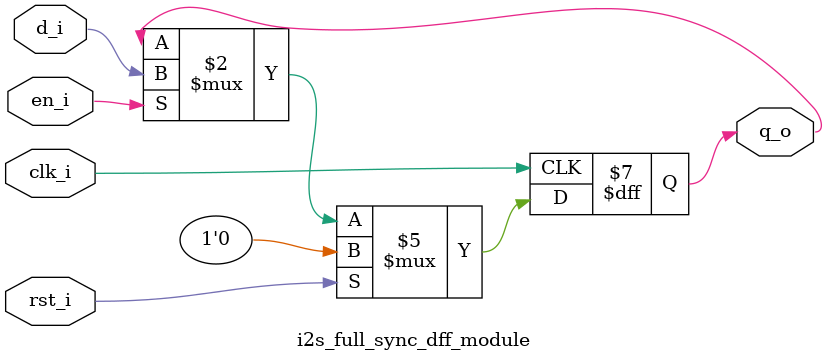
<source format=sv>
module top_i2s_rx_module #(
	parameter	FRAME_RES	= 32,
			DATA_RES	= 24
)(	input	logic			bck_i, lrck_i, dat_i,
	output	logic	[DATA_RES-1:0]	left_o, right_o
);
	
	localparam LOG2_FRAME_RES = $clog2(FRAME_RES);

	logic				wsd, wsn, wsp;
	logic [DATA_RES-1:0]		data;
	logic [FRAME_RES-1:0]		en_data;
	logic [LOG2_FRAME_RES-1:0]	cnt;

	i2s_cntr_module #(
		.CNT_RES	( LOG2_FRAME_RES	)
	) cntr (
		.rst_i		( wsp			),
		.clk_i		(~bck_i			),
		.en_i		(~en_data[FRAME_RES-1]	),
		.cnt_o		( cnt			)
	);
	
	i2s_decoder_module #(
		.INPUT_WIDTH	( LOG2_FRAME_RES	),
		.OUTPUT_WIDTH	( FRAME_RES		)
	) decoder (
		.d_i		( cnt			),
		.d_o		( en_data		)
	);
	
	genvar i;
	generate
		for(i = 0; i < DATA_RES-1; i++) begin: forgen
			i2s_full_sync_dff_module dreg (
				.d_i	( dat_i			),
				.rst_i	( wsp			),
				.en_i	( en_data[DATA_RES-1-i]	),
				.clk_i	( bck_i			),
				.q_o	( data[i]		)
			);
		end: forgen
	endgenerate

	assign wsp = wsd ^ wsn;

	always_ff @(posedge bck_i) begin
		wsd <= lrck_i;
		wsn <= wsd;
		if(en_data[0])
			data[DATA_RES-1] <= dat_i;
		if(wsp & ~wsd)
			right_o	<= data;
		if(wsp & wsd)
			left_o	<= data;
	end

endmodule: top_i2s_rx_module

// center module
module i2s_cntr_module 
	#(parameter CNT_RES = 5)
	(input	logic			rst_i, clk_i, en_i,
	 output	logic	[CNT_RES-1:0]	cnt_o);
	
	always_ff @(posedge clk_i) begin
		if(rst_i)
			cnt_o <= 0;
		else if(en_i)
			cnt_o <= cnt_o + 1'b1;
	end
	
endmodule: i2s_cntr_module

// decoder
module i2s_decoder_module #(
	parameter	INPUT_WIDTH	= 5,
			OUTPUT_WIDTH	= 32
)(	
	input	[INPUT_WIDTH-1:0]	d_i,
	output	[OUTPUT_WIDTH-1:0]	d_o
);
	
	assign d_o = 1'b1 << d_i;
	
endmodule: i2s_decoder_module

// full_sync
module i2s_full_sync_dff_module
(
	input	logic d_i, rst_i, en_i, clk_i,
	output	logic q_o		
);
	
	always_ff @(posedge clk_i) begin
		if(rst_i)
			q_o <= 0;
		else if(en_i)
			q_o <= d_i;
	end
	
endmodule: i2s_full_sync_dff_module

</source>
